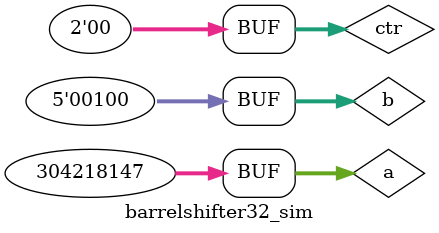
<source format=v>
`timescale 1ns / 1ps


module barrelshifter32_sim();
    
     wire [31:0] d;
     reg [31:0] a;
     reg [4:0] b;
     reg [1:0] ctr;//00£ºËãÊõÓÒÒÆ£» 01£ºÂß¼­ÓÒÒÆ£» 10£ºËãÊý×óÒÆ£» 11£ºÂß¼­×óÒÆ
     
     barrelshifter32 uut(
     .a(a),
     .d(d),
     .b(b),
     .ctr(ctr)
     );
     always begin
     #10 a=32'hf2220023;
         b=5'b00100;
         ctr=2'b00;
         
     #10 a=32'hf2220023;
         b=5'b00100;
         ctr=2'b01;
         
     #10 a=32'h12220023;
         b=5'b00100;
         ctr=2'b10;
         
     #10 a=32'h12220023;
        b=5'b00100;
         ctr=2'b11;
         
      #10 a=32'h12220023;
         b=5'b00100;
         ctr=2'b00;
         
      #10 a=32'h12220023;
         b=5'b00100;
         ctr=2'b00;
         
      #10 a=32'h12220023;
         b=5'b00100;
         ctr=2'b00;
     end
endmodule



</source>
